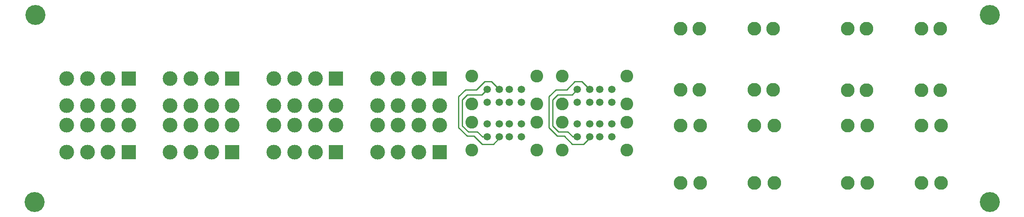
<source format=gbr>
G04 #@! TF.FileFunction,Copper,L1,Top,Signal*
%FSLAX46Y46*%
G04 Gerber Fmt 4.6, Leading zero omitted, Abs format (unit mm)*
G04 Created by KiCad (PCBNEW 4.0.7) date 02/15/18 17:09:35*
%MOMM*%
%LPD*%
G01*
G04 APERTURE LIST*
%ADD10C,0.100000*%
%ADD11C,4.064000*%
%ADD12C,2.800000*%
%ADD13C,1.508000*%
%ADD14C,2.600000*%
%ADD15R,3.000000X3.000000*%
%ADD16C,3.000000*%
%ADD17C,0.250000*%
G04 APERTURE END LIST*
D10*
D11*
X48895000Y-103378000D03*
X48704500Y-141414500D03*
D12*
X213931500Y-118681500D03*
X217731500Y-118681500D03*
X213931500Y-106181500D03*
X217731500Y-106181500D03*
X228931500Y-118681500D03*
X232731500Y-118681500D03*
X228931500Y-106181500D03*
X232731500Y-106181500D03*
X179959000Y-118618000D03*
X183759000Y-118618000D03*
X179959000Y-106118000D03*
X183759000Y-106118000D03*
X194959000Y-118618000D03*
X198759000Y-118618000D03*
X194959000Y-106118000D03*
X198759000Y-106118000D03*
D13*
X166016000Y-128189000D03*
X163516000Y-128189000D03*
X159016000Y-128189000D03*
X161516000Y-128189000D03*
X161516000Y-125569000D03*
X159016000Y-125569000D03*
X163516000Y-125569000D03*
X166016000Y-125569000D03*
D14*
X155946000Y-130899000D03*
X169086000Y-130899000D03*
X169086000Y-125219000D03*
X155946000Y-125219000D03*
D13*
X166016000Y-118508500D03*
X163516000Y-118508500D03*
X159016000Y-118508500D03*
X161516000Y-118508500D03*
X161516000Y-121128500D03*
X159016000Y-121128500D03*
X163516000Y-121128500D03*
X166016000Y-121128500D03*
D14*
X155946000Y-115798500D03*
X169086000Y-115798500D03*
X169086000Y-121478500D03*
X155946000Y-121478500D03*
D13*
X147664500Y-128189000D03*
X145164500Y-128189000D03*
X140664500Y-128189000D03*
X143164500Y-128189000D03*
X143164500Y-125569000D03*
X140664500Y-125569000D03*
X145164500Y-125569000D03*
X147664500Y-125569000D03*
D14*
X137594500Y-130899000D03*
X150734500Y-130899000D03*
X150734500Y-125219000D03*
X137594500Y-125219000D03*
D13*
X147664500Y-118508500D03*
X145164500Y-118508500D03*
X140664500Y-118508500D03*
X143164500Y-118508500D03*
X143164500Y-121128500D03*
X140664500Y-121128500D03*
X145164500Y-121128500D03*
X147664500Y-121128500D03*
D14*
X137594500Y-115798500D03*
X150734500Y-115798500D03*
X150734500Y-121478500D03*
X137594500Y-121478500D03*
D12*
X213933500Y-137578000D03*
X217933500Y-137578000D03*
X213933500Y-125898000D03*
X217933500Y-125898000D03*
X228933500Y-125898000D03*
X232933500Y-125898000D03*
X228933500Y-137578000D03*
X232933500Y-137578000D03*
X179992750Y-137546250D03*
X183992750Y-137546250D03*
X179992750Y-125866250D03*
X183992750Y-125866250D03*
X194992750Y-125866250D03*
X198992750Y-125866250D03*
X194992750Y-137546250D03*
X198992750Y-137546250D03*
D15*
X88900000Y-116268500D03*
D16*
X84700000Y-116268500D03*
X80500000Y-116268500D03*
X76300000Y-116268500D03*
X88900000Y-121768500D03*
X84700000Y-121768500D03*
X80500000Y-121768500D03*
X76300000Y-121768500D03*
D15*
X131000500Y-116268500D03*
D16*
X126800500Y-116268500D03*
X122600500Y-116268500D03*
X118400500Y-116268500D03*
X131000500Y-121768500D03*
X126800500Y-121768500D03*
X122600500Y-121768500D03*
X118400500Y-121768500D03*
D15*
X67881500Y-131318000D03*
D16*
X63681500Y-131318000D03*
X59481500Y-131318000D03*
X55281500Y-131318000D03*
X67881500Y-125818000D03*
X63681500Y-125818000D03*
X59481500Y-125818000D03*
X55281500Y-125818000D03*
D15*
X88900000Y-131318000D03*
D16*
X84700000Y-131318000D03*
X80500000Y-131318000D03*
X76300000Y-131318000D03*
X88900000Y-125818000D03*
X84700000Y-125818000D03*
X80500000Y-125818000D03*
X76300000Y-125818000D03*
D15*
X131000500Y-131318000D03*
D16*
X126800500Y-131318000D03*
X122600500Y-131318000D03*
X118400500Y-131318000D03*
X131000500Y-125818000D03*
X126800500Y-125818000D03*
X122600500Y-125818000D03*
X118400500Y-125818000D03*
D15*
X67881500Y-116268500D03*
D16*
X63681500Y-116268500D03*
X59481500Y-116268500D03*
X55281500Y-116268500D03*
X67881500Y-121768500D03*
X63681500Y-121768500D03*
X59481500Y-121768500D03*
X55281500Y-121768500D03*
D15*
X109982000Y-116268500D03*
D16*
X105782000Y-116268500D03*
X101582000Y-116268500D03*
X97382000Y-116268500D03*
X109982000Y-121768500D03*
X105782000Y-121768500D03*
X101582000Y-121768500D03*
X97382000Y-121768500D03*
D15*
X109982000Y-131318000D03*
D16*
X105782000Y-131318000D03*
X101582000Y-131318000D03*
X97382000Y-131318000D03*
X109982000Y-125818000D03*
X105782000Y-125818000D03*
X101582000Y-125818000D03*
X97382000Y-125818000D03*
D11*
X242760500Y-103378000D03*
X242760500Y-141414500D03*
D17*
X158097500Y-128189000D02*
X157035500Y-127127000D01*
X157035500Y-127127000D02*
X155194000Y-127127000D01*
X155194000Y-127127000D02*
X153987500Y-125920500D01*
X153987500Y-125920500D02*
X153987500Y-120586500D01*
X153987500Y-120586500D02*
X155003500Y-119570500D01*
X155003500Y-119570500D02*
X157954000Y-119570500D01*
X157954000Y-119570500D02*
X159016000Y-118508500D01*
X159016000Y-128189000D02*
X158097500Y-128189000D01*
X159911000Y-116903500D02*
X161516000Y-118508500D01*
X158496000Y-116903500D02*
X159911000Y-116903500D01*
X156845000Y-118554500D02*
X158496000Y-116903500D01*
X154622500Y-118554500D02*
X156845000Y-118554500D01*
X153225500Y-119951500D02*
X154622500Y-118554500D01*
X153225500Y-126301500D02*
X153225500Y-119951500D01*
X154940000Y-128016000D02*
X153225500Y-126301500D01*
X156337000Y-128016000D02*
X154940000Y-128016000D01*
X157988000Y-129667000D02*
X156337000Y-128016000D01*
X160274000Y-129667000D02*
X157988000Y-129667000D01*
X161516000Y-128425000D02*
X160274000Y-129667000D01*
X161516000Y-128189000D02*
X161516000Y-128425000D01*
X140664500Y-128189000D02*
X139746000Y-128189000D01*
X139602500Y-119570500D02*
X140664500Y-118508500D01*
X136652000Y-119570500D02*
X139602500Y-119570500D01*
X135636000Y-120586500D02*
X136652000Y-119570500D01*
X135636000Y-125920500D02*
X135636000Y-120586500D01*
X136842500Y-127127000D02*
X135636000Y-125920500D01*
X138684000Y-127127000D02*
X136842500Y-127127000D01*
X139746000Y-128189000D02*
X138684000Y-127127000D01*
X143164500Y-128189000D02*
X143164500Y-128425000D01*
X143164500Y-128425000D02*
X141922500Y-129667000D01*
X141922500Y-129667000D02*
X139636500Y-129667000D01*
X139636500Y-129667000D02*
X137985500Y-128016000D01*
X137985500Y-128016000D02*
X136588500Y-128016000D01*
X136588500Y-128016000D02*
X134874000Y-126301500D01*
X134874000Y-126301500D02*
X134874000Y-119951500D01*
X134874000Y-119951500D02*
X136271000Y-118554500D01*
X136271000Y-118554500D02*
X138493500Y-118554500D01*
X138493500Y-118554500D02*
X140144500Y-116903500D01*
X140144500Y-116903500D02*
X141559500Y-116903500D01*
X141559500Y-116903500D02*
X143164500Y-118508500D01*
M02*

</source>
